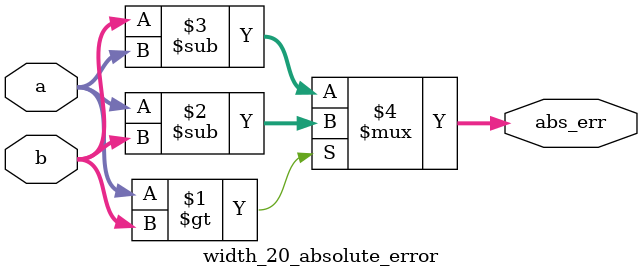
<source format=v>
module width_20_absolute_error(a, b, abs_err);
parameter _bit = 20;
input [_bit - 1: 0] a;
input [_bit - 1: 0] b;
output reg [_bit - 1: 0] abs_err;
assign abs_err = (a > b)? (a - b): (b - a);
endmodule

</source>
